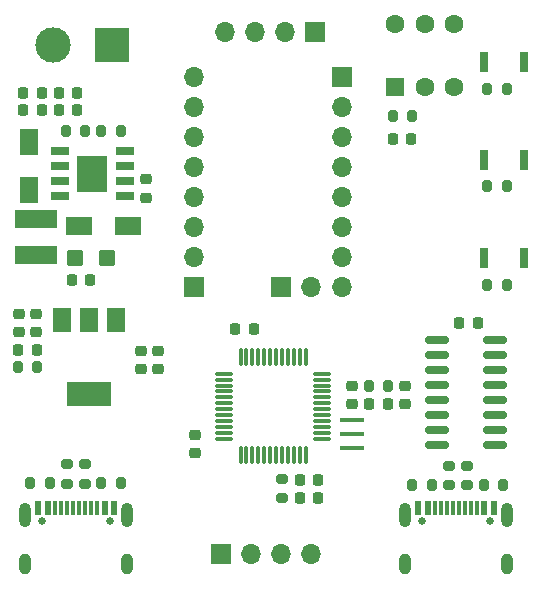
<source format=gbr>
%TF.GenerationSoftware,KiCad,Pcbnew,7.0.5*%
%TF.CreationDate,2023-08-28T18:13:49+08:00*%
%TF.ProjectId,TMC2209_TestBoard,544d4332-3230-4395-9f54-657374426f61,rev?*%
%TF.SameCoordinates,Original*%
%TF.FileFunction,Soldermask,Top*%
%TF.FilePolarity,Negative*%
%FSLAX46Y46*%
G04 Gerber Fmt 4.6, Leading zero omitted, Abs format (unit mm)*
G04 Created by KiCad (PCBNEW 7.0.5) date 2023-08-28 18:13:49*
%MOMM*%
%LPD*%
G01*
G04 APERTURE LIST*
G04 Aperture macros list*
%AMRoundRect*
0 Rectangle with rounded corners*
0 $1 Rounding radius*
0 $2 $3 $4 $5 $6 $7 $8 $9 X,Y pos of 4 corners*
0 Add a 4 corners polygon primitive as box body*
4,1,4,$2,$3,$4,$5,$6,$7,$8,$9,$2,$3,0*
0 Add four circle primitives for the rounded corners*
1,1,$1+$1,$2,$3*
1,1,$1+$1,$4,$5*
1,1,$1+$1,$6,$7*
1,1,$1+$1,$8,$9*
0 Add four rect primitives between the rounded corners*
20,1,$1+$1,$2,$3,$4,$5,0*
20,1,$1+$1,$4,$5,$6,$7,0*
20,1,$1+$1,$6,$7,$8,$9,0*
20,1,$1+$1,$8,$9,$2,$3,0*%
G04 Aperture macros list end*
%ADD10R,1.600000X1.600000*%
%ADD11C,1.600000*%
%ADD12R,0.800000X1.700000*%
%ADD13R,2.100000X0.400000*%
%ADD14R,1.525000X0.650000*%
%ADD15R,2.600000X3.100000*%
%ADD16R,1.550000X2.200000*%
%ADD17R,2.200000X1.550000*%
%ADD18C,0.650000*%
%ADD19R,0.600000X1.150000*%
%ADD20R,0.300000X1.150000*%
%ADD21O,1.000000X2.100000*%
%ADD22O,1.000000X1.800000*%
%ADD23RoundRect,0.075000X0.662500X0.075000X-0.662500X0.075000X-0.662500X-0.075000X0.662500X-0.075000X0*%
%ADD24RoundRect,0.075000X0.075000X0.662500X-0.075000X0.662500X-0.075000X-0.662500X0.075000X-0.662500X0*%
%ADD25R,3.600000X1.500000*%
%ADD26RoundRect,0.200000X0.200000X0.275000X-0.200000X0.275000X-0.200000X-0.275000X0.200000X-0.275000X0*%
%ADD27RoundRect,0.225000X0.225000X0.250000X-0.225000X0.250000X-0.225000X-0.250000X0.225000X-0.250000X0*%
%ADD28RoundRect,0.250000X-0.450000X-0.425000X0.450000X-0.425000X0.450000X0.425000X-0.450000X0.425000X0*%
%ADD29RoundRect,0.225000X0.250000X-0.225000X0.250000X0.225000X-0.250000X0.225000X-0.250000X-0.225000X0*%
%ADD30R,1.700000X1.700000*%
%ADD31O,1.700000X1.700000*%
%ADD32RoundRect,0.218750X-0.218750X-0.256250X0.218750X-0.256250X0.218750X0.256250X-0.218750X0.256250X0*%
%ADD33RoundRect,0.225000X-0.225000X-0.250000X0.225000X-0.250000X0.225000X0.250000X-0.225000X0.250000X0*%
%ADD34RoundRect,0.200000X-0.200000X-0.275000X0.200000X-0.275000X0.200000X0.275000X-0.200000X0.275000X0*%
%ADD35RoundRect,0.200000X-0.275000X0.200000X-0.275000X-0.200000X0.275000X-0.200000X0.275000X0.200000X0*%
%ADD36RoundRect,0.225000X-0.250000X0.225000X-0.250000X-0.225000X0.250000X-0.225000X0.250000X0.225000X0*%
%ADD37RoundRect,0.200000X0.275000X-0.200000X0.275000X0.200000X-0.275000X0.200000X-0.275000X-0.200000X0*%
%ADD38RoundRect,0.218750X0.218750X0.256250X-0.218750X0.256250X-0.218750X-0.256250X0.218750X-0.256250X0*%
%ADD39RoundRect,0.150000X-0.825000X-0.150000X0.825000X-0.150000X0.825000X0.150000X-0.825000X0.150000X0*%
%ADD40R,1.500000X2.000000*%
%ADD41R,3.800000X2.000000*%
%ADD42R,3.000000X3.000000*%
%ADD43C,3.000000*%
G04 APERTURE END LIST*
D10*
%TO.C,SW1*%
X111596500Y-46449000D03*
D11*
X114096500Y-46449000D03*
X116596500Y-46449000D03*
X111596500Y-41049000D03*
X114096500Y-41049000D03*
X116596500Y-41049000D03*
%TD*%
D12*
%TO.C,S3*%
X122540000Y-60920000D03*
X119140000Y-60920000D03*
%TD*%
%TO.C,S2*%
X122540000Y-52600000D03*
X119140000Y-52600000D03*
%TD*%
%TO.C,S1*%
X122540000Y-44260000D03*
X119140000Y-44260000D03*
%TD*%
D13*
%TO.C,R2*%
X107944430Y-74612570D03*
X107944430Y-75812570D03*
X107944430Y-77012570D03*
%TD*%
D14*
%TO.C,IC1*%
X88694000Y-55640000D03*
X88694000Y-54370000D03*
X88694000Y-53100000D03*
X88694000Y-51830000D03*
X83270000Y-51830000D03*
X83270000Y-53100000D03*
X83270000Y-54370000D03*
X83270000Y-55640000D03*
D15*
X85982000Y-53735000D03*
%TD*%
D16*
%TO.C,D3*%
X80570000Y-55130000D03*
X80570000Y-51030000D03*
%TD*%
D17*
%TO.C,D2*%
X84880000Y-58180000D03*
X88980000Y-58180000D03*
%TD*%
D18*
%TO.C,J6*%
X81710000Y-83145000D03*
X87490000Y-83145000D03*
D19*
X81400000Y-82070000D03*
X82200000Y-82070000D03*
D20*
X83350000Y-82070000D03*
X84350000Y-82070000D03*
X84850000Y-82070000D03*
X85850000Y-82070000D03*
D19*
X87000000Y-82070000D03*
X87800000Y-82070000D03*
X87800000Y-82070000D03*
X87000000Y-82070000D03*
D20*
X86350000Y-82070000D03*
X85350000Y-82070000D03*
X83850000Y-82070000D03*
X82850000Y-82070000D03*
D19*
X82200000Y-82070000D03*
X81400000Y-82070000D03*
D21*
X80280000Y-82645000D03*
D22*
X80280000Y-86825000D03*
D21*
X88920000Y-82645000D03*
D22*
X88920000Y-86825000D03*
%TD*%
D23*
%TO.C,U1*%
X105432500Y-76190000D03*
X105432500Y-75690000D03*
X105432500Y-75190000D03*
X105432500Y-74690000D03*
X105432500Y-74190000D03*
X105432500Y-73690000D03*
X105432500Y-73190000D03*
X105432500Y-72690000D03*
X105432500Y-72190000D03*
X105432500Y-71690000D03*
X105432500Y-71190000D03*
X105432500Y-70690000D03*
D24*
X104020000Y-69277500D03*
X103520000Y-69277500D03*
X103020000Y-69277500D03*
X102520000Y-69277500D03*
X102020000Y-69277500D03*
X101520000Y-69277500D03*
X101020000Y-69277500D03*
X100520000Y-69277500D03*
X100020000Y-69277500D03*
X99520000Y-69277500D03*
X99020000Y-69277500D03*
X98520000Y-69277500D03*
D23*
X97107500Y-70690000D03*
X97107500Y-71190000D03*
X97107500Y-71690000D03*
X97107500Y-72190000D03*
X97107500Y-72690000D03*
X97107500Y-73190000D03*
X97107500Y-73690000D03*
X97107500Y-74190000D03*
X97107500Y-74690000D03*
X97107500Y-75190000D03*
X97107500Y-75690000D03*
X97107500Y-76190000D03*
D24*
X98520000Y-77602500D03*
X99020000Y-77602500D03*
X99520000Y-77602500D03*
X100020000Y-77602500D03*
X100520000Y-77602500D03*
X101020000Y-77602500D03*
X101520000Y-77602500D03*
X102020000Y-77602500D03*
X102520000Y-77602500D03*
X103020000Y-77602500D03*
X103520000Y-77602500D03*
X104020000Y-77602500D03*
%TD*%
D25*
%TO.C,L1*%
X81212000Y-57550000D03*
X81212000Y-60600000D03*
%TD*%
D26*
%TO.C,R6*%
X121070000Y-54750000D03*
X119420000Y-54750000D03*
%TD*%
D27*
%TO.C,C11*%
X81690000Y-46900000D03*
X80140000Y-46900000D03*
%TD*%
D28*
%TO.C,C12*%
X84525000Y-60890000D03*
X87225000Y-60890000D03*
%TD*%
D29*
%TO.C,C9*%
X90490000Y-55790000D03*
X90490000Y-54240000D03*
%TD*%
D30*
%TO.C,J4*%
X96885000Y-85940000D03*
D31*
X99425000Y-85940000D03*
X101965000Y-85940000D03*
X104505000Y-85940000D03*
%TD*%
D32*
%TO.C,D4*%
X79695000Y-68640000D03*
X81270000Y-68640000D03*
%TD*%
D26*
%TO.C,R11*%
X120740000Y-80065000D03*
X119090000Y-80065000D03*
%TD*%
D33*
%TO.C,C13*%
X83130000Y-46900000D03*
X84680000Y-46900000D03*
%TD*%
D34*
%TO.C,R9*%
X83705000Y-50150000D03*
X85355000Y-50150000D03*
%TD*%
D35*
%TO.C,R12*%
X116150000Y-78490000D03*
X116150000Y-80140000D03*
%TD*%
D30*
%TO.C,J8*%
X104850000Y-41790000D03*
D31*
X102310000Y-41790000D03*
X99770000Y-41790000D03*
X97230000Y-41790000D03*
%TD*%
D36*
%TO.C,C16*%
X79720000Y-65595000D03*
X79720000Y-67145000D03*
%TD*%
D37*
%TO.C,R3*%
X102040000Y-81250000D03*
X102040000Y-79600000D03*
%TD*%
D36*
%TO.C,C17*%
X81230000Y-65595000D03*
X81230000Y-67145000D03*
%TD*%
D26*
%TO.C,R1*%
X111030000Y-71720000D03*
X109380000Y-71720000D03*
%TD*%
D34*
%TO.C,R15*%
X80725000Y-79920000D03*
X82375000Y-79920000D03*
%TD*%
D38*
%TO.C,D1*%
X112967500Y-50820000D03*
X111392500Y-50820000D03*
%TD*%
D26*
%TO.C,R14*%
X81295000Y-70150000D03*
X79645000Y-70150000D03*
%TD*%
D33*
%TO.C,C4*%
X109430000Y-73220000D03*
X110980000Y-73220000D03*
%TD*%
D30*
%TO.C,J3*%
X101960000Y-63380000D03*
D31*
X104500000Y-63380000D03*
%TD*%
D18*
%TO.C,J5*%
X113880000Y-83145000D03*
X119660000Y-83145000D03*
D19*
X113570000Y-82070000D03*
X114370000Y-82070000D03*
D20*
X115520000Y-82070000D03*
X116520000Y-82070000D03*
X117020000Y-82070000D03*
X118020000Y-82070000D03*
D19*
X119170000Y-82070000D03*
X119970000Y-82070000D03*
X119970000Y-82070000D03*
X119170000Y-82070000D03*
D20*
X118520000Y-82070000D03*
X117520000Y-82070000D03*
X116020000Y-82070000D03*
X115020000Y-82070000D03*
D19*
X114370000Y-82070000D03*
X113570000Y-82070000D03*
D21*
X112450000Y-82645000D03*
D22*
X112450000Y-86825000D03*
D21*
X121090000Y-82645000D03*
D22*
X121090000Y-86825000D03*
%TD*%
D36*
%TO.C,C3*%
X107950000Y-71695000D03*
X107950000Y-73245000D03*
%TD*%
D29*
%TO.C,C18*%
X91570000Y-70285000D03*
X91570000Y-68735000D03*
%TD*%
D30*
%TO.C,J1*%
X94555000Y-63380000D03*
D31*
X94555000Y-60840000D03*
X94555000Y-58300000D03*
X94555000Y-55760000D03*
X94555000Y-53220000D03*
X94555000Y-50680000D03*
X94555000Y-48140000D03*
X94555000Y-45600000D03*
%TD*%
D27*
%TO.C,C8*%
X118590000Y-66370000D03*
X117040000Y-66370000D03*
%TD*%
D30*
%TO.C,J2*%
X107145000Y-45600000D03*
D31*
X107145000Y-48140000D03*
X107145000Y-50680000D03*
X107145000Y-53220000D03*
X107145000Y-55760000D03*
X107145000Y-58300000D03*
X107145000Y-60840000D03*
X107145000Y-63380000D03*
%TD*%
D26*
%TO.C,R5*%
X121070000Y-46540000D03*
X119420000Y-46540000D03*
%TD*%
D29*
%TO.C,C1*%
X94660000Y-77425000D03*
X94660000Y-75875000D03*
%TD*%
D26*
%TO.C,R16*%
X88380000Y-79920000D03*
X86730000Y-79920000D03*
%TD*%
D35*
%TO.C,R17*%
X83800000Y-78345000D03*
X83800000Y-79995000D03*
%TD*%
D26*
%TO.C,R4*%
X113045000Y-48830000D03*
X111395000Y-48830000D03*
%TD*%
D29*
%TO.C,C7*%
X112460000Y-73245000D03*
X112460000Y-71695000D03*
%TD*%
D27*
%TO.C,C6*%
X105105000Y-81190000D03*
X103555000Y-81190000D03*
%TD*%
D39*
%TO.C,U2*%
X115135000Y-67865000D03*
X115135000Y-69135000D03*
X115135000Y-70405000D03*
X115135000Y-71675000D03*
X115135000Y-72945000D03*
X115135000Y-74215000D03*
X115135000Y-75485000D03*
X115135000Y-76755000D03*
X120085000Y-76755000D03*
X120085000Y-75485000D03*
X120085000Y-74215000D03*
X120085000Y-72945000D03*
X120085000Y-71675000D03*
X120085000Y-70405000D03*
X120085000Y-69135000D03*
X120085000Y-67865000D03*
%TD*%
D27*
%TO.C,C2*%
X105105000Y-79660000D03*
X103555000Y-79660000D03*
%TD*%
%TO.C,C15*%
X81690000Y-48397500D03*
X80140000Y-48397500D03*
%TD*%
D35*
%TO.C,R18*%
X85310000Y-78345000D03*
X85310000Y-79995000D03*
%TD*%
D26*
%TO.C,R7*%
X121070000Y-63160000D03*
X119420000Y-63160000D03*
%TD*%
D33*
%TO.C,C10*%
X84235000Y-62740000D03*
X85785000Y-62740000D03*
%TD*%
D40*
%TO.C,U3*%
X87960000Y-66140000D03*
X85660000Y-66140000D03*
D41*
X85660000Y-72440000D03*
D40*
X83360000Y-66140000D03*
%TD*%
D42*
%TO.C,J7*%
X87640000Y-42880000D03*
D43*
X82640000Y-42880000D03*
%TD*%
D33*
%TO.C,C5*%
X98085000Y-66860000D03*
X99635000Y-66860000D03*
%TD*%
%TO.C,C14*%
X83130000Y-48397500D03*
X84680000Y-48397500D03*
%TD*%
D29*
%TO.C,C19*%
X90050000Y-70285000D03*
X90050000Y-68735000D03*
%TD*%
D34*
%TO.C,R8*%
X86720000Y-50150000D03*
X88370000Y-50150000D03*
%TD*%
D35*
%TO.C,R13*%
X117660000Y-78490000D03*
X117660000Y-80140000D03*
%TD*%
D34*
%TO.C,R10*%
X113065000Y-80065000D03*
X114715000Y-80065000D03*
%TD*%
M02*

</source>
